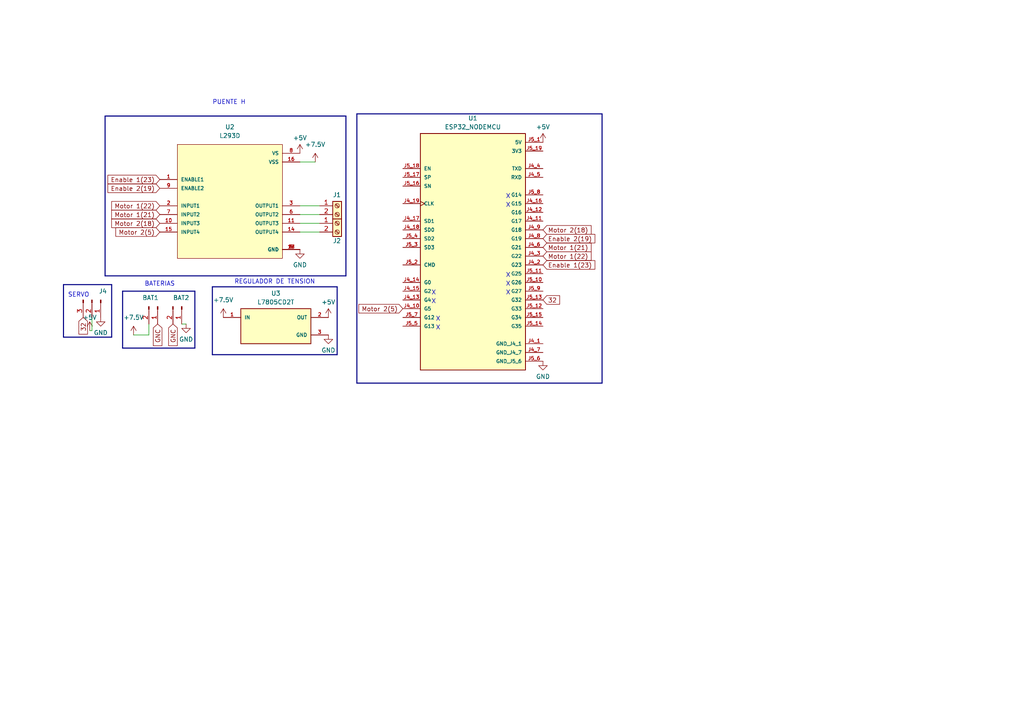
<source format=kicad_sch>
(kicad_sch (version 20230121) (generator eeschema)

  (uuid c1bf0827-6447-42b4-8cd0-c7c6a126387b)

  (paper "A4")

  (lib_symbols
    (symbol "Connector:Conn_01x02_Pin" (pin_names (offset 1.016) hide) (in_bom yes) (on_board yes)
      (property "Reference" "J" (at 0 2.54 0)
        (effects (font (size 1.27 1.27)))
      )
      (property "Value" "Conn_01x02_Pin" (at 0 -5.08 0)
        (effects (font (size 1.27 1.27)))
      )
      (property "Footprint" "" (at 0 0 0)
        (effects (font (size 1.27 1.27)) hide)
      )
      (property "Datasheet" "~" (at 0 0 0)
        (effects (font (size 1.27 1.27)) hide)
      )
      (property "ki_locked" "" (at 0 0 0)
        (effects (font (size 1.27 1.27)))
      )
      (property "ki_keywords" "connector" (at 0 0 0)
        (effects (font (size 1.27 1.27)) hide)
      )
      (property "ki_description" "Generic connector, single row, 01x02, script generated" (at 0 0 0)
        (effects (font (size 1.27 1.27)) hide)
      )
      (property "ki_fp_filters" "Connector*:*_1x??_*" (at 0 0 0)
        (effects (font (size 1.27 1.27)) hide)
      )
      (symbol "Conn_01x02_Pin_1_1"
        (polyline
          (pts
            (xy 1.27 -2.54)
            (xy 0.8636 -2.54)
          )
          (stroke (width 0.1524) (type default))
          (fill (type none))
        )
        (polyline
          (pts
            (xy 1.27 0)
            (xy 0.8636 0)
          )
          (stroke (width 0.1524) (type default))
          (fill (type none))
        )
        (rectangle (start 0.8636 -2.413) (end 0 -2.667)
          (stroke (width 0.1524) (type default))
          (fill (type outline))
        )
        (rectangle (start 0.8636 0.127) (end 0 -0.127)
          (stroke (width 0.1524) (type default))
          (fill (type outline))
        )
        (pin passive line (at 5.08 0 180) (length 3.81)
          (name "Pin_1" (effects (font (size 1.27 1.27))))
          (number "1" (effects (font (size 1.27 1.27))))
        )
        (pin passive line (at 5.08 -2.54 180) (length 3.81)
          (name "Pin_2" (effects (font (size 1.27 1.27))))
          (number "2" (effects (font (size 1.27 1.27))))
        )
      )
    )
    (symbol "Connector:Conn_01x03_Pin" (pin_names (offset 1.016) hide) (in_bom yes) (on_board yes)
      (property "Reference" "J" (at 0 5.08 0)
        (effects (font (size 1.27 1.27)))
      )
      (property "Value" "Conn_01x03_Pin" (at 0 -5.08 0)
        (effects (font (size 1.27 1.27)))
      )
      (property "Footprint" "" (at 0 0 0)
        (effects (font (size 1.27 1.27)) hide)
      )
      (property "Datasheet" "~" (at 0 0 0)
        (effects (font (size 1.27 1.27)) hide)
      )
      (property "ki_locked" "" (at 0 0 0)
        (effects (font (size 1.27 1.27)))
      )
      (property "ki_keywords" "connector" (at 0 0 0)
        (effects (font (size 1.27 1.27)) hide)
      )
      (property "ki_description" "Generic connector, single row, 01x03, script generated" (at 0 0 0)
        (effects (font (size 1.27 1.27)) hide)
      )
      (property "ki_fp_filters" "Connector*:*_1x??_*" (at 0 0 0)
        (effects (font (size 1.27 1.27)) hide)
      )
      (symbol "Conn_01x03_Pin_1_1"
        (polyline
          (pts
            (xy 1.27 -2.54)
            (xy 0.8636 -2.54)
          )
          (stroke (width 0.1524) (type default))
          (fill (type none))
        )
        (polyline
          (pts
            (xy 1.27 0)
            (xy 0.8636 0)
          )
          (stroke (width 0.1524) (type default))
          (fill (type none))
        )
        (polyline
          (pts
            (xy 1.27 2.54)
            (xy 0.8636 2.54)
          )
          (stroke (width 0.1524) (type default))
          (fill (type none))
        )
        (rectangle (start 0.8636 -2.413) (end 0 -2.667)
          (stroke (width 0.1524) (type default))
          (fill (type outline))
        )
        (rectangle (start 0.8636 0.127) (end 0 -0.127)
          (stroke (width 0.1524) (type default))
          (fill (type outline))
        )
        (rectangle (start 0.8636 2.667) (end 0 2.413)
          (stroke (width 0.1524) (type default))
          (fill (type outline))
        )
        (pin passive line (at 5.08 2.54 180) (length 3.81)
          (name "Pin_1" (effects (font (size 1.27 1.27))))
          (number "1" (effects (font (size 1.27 1.27))))
        )
        (pin passive line (at 5.08 0 180) (length 3.81)
          (name "Pin_2" (effects (font (size 1.27 1.27))))
          (number "2" (effects (font (size 1.27 1.27))))
        )
        (pin passive line (at 5.08 -2.54 180) (length 3.81)
          (name "Pin_3" (effects (font (size 1.27 1.27))))
          (number "3" (effects (font (size 1.27 1.27))))
        )
      )
    )
    (symbol "Connector:Screw_Terminal_01x02" (pin_names (offset 1.016) hide) (in_bom yes) (on_board yes)
      (property "Reference" "J" (at 0 2.54 0)
        (effects (font (size 1.27 1.27)))
      )
      (property "Value" "Screw_Terminal_01x02" (at 0 -5.08 0)
        (effects (font (size 1.27 1.27)))
      )
      (property "Footprint" "" (at 0 0 0)
        (effects (font (size 1.27 1.27)) hide)
      )
      (property "Datasheet" "~" (at 0 0 0)
        (effects (font (size 1.27 1.27)) hide)
      )
      (property "ki_keywords" "screw terminal" (at 0 0 0)
        (effects (font (size 1.27 1.27)) hide)
      )
      (property "ki_description" "Generic screw terminal, single row, 01x02, script generated (kicad-library-utils/schlib/autogen/connector/)" (at 0 0 0)
        (effects (font (size 1.27 1.27)) hide)
      )
      (property "ki_fp_filters" "TerminalBlock*:*" (at 0 0 0)
        (effects (font (size 1.27 1.27)) hide)
      )
      (symbol "Screw_Terminal_01x02_1_1"
        (rectangle (start -1.27 1.27) (end 1.27 -3.81)
          (stroke (width 0.254) (type default))
          (fill (type background))
        )
        (circle (center 0 -2.54) (radius 0.635)
          (stroke (width 0.1524) (type default))
          (fill (type none))
        )
        (polyline
          (pts
            (xy -0.5334 -2.2098)
            (xy 0.3302 -3.048)
          )
          (stroke (width 0.1524) (type default))
          (fill (type none))
        )
        (polyline
          (pts
            (xy -0.5334 0.3302)
            (xy 0.3302 -0.508)
          )
          (stroke (width 0.1524) (type default))
          (fill (type none))
        )
        (polyline
          (pts
            (xy -0.3556 -2.032)
            (xy 0.508 -2.8702)
          )
          (stroke (width 0.1524) (type default))
          (fill (type none))
        )
        (polyline
          (pts
            (xy -0.3556 0.508)
            (xy 0.508 -0.3302)
          )
          (stroke (width 0.1524) (type default))
          (fill (type none))
        )
        (circle (center 0 0) (radius 0.635)
          (stroke (width 0.1524) (type default))
          (fill (type none))
        )
        (pin passive line (at -5.08 0 0) (length 3.81)
          (name "Pin_1" (effects (font (size 1.27 1.27))))
          (number "1" (effects (font (size 1.27 1.27))))
        )
        (pin passive line (at -5.08 -2.54 0) (length 3.81)
          (name "Pin_2" (effects (font (size 1.27 1.27))))
          (number "2" (effects (font (size 1.27 1.27))))
        )
      )
    )
    (symbol "ESP32_NODEMCU:ESP32_NODEMCU" (pin_names (offset 1.016)) (in_bom yes) (on_board yes)
      (property "Reference" "U" (at -15.24 36.322 0)
        (effects (font (size 1.27 1.27)) (justify left bottom))
      )
      (property "Value" "ESP32_NODEMCU" (at -15.24 -35.56 0)
        (effects (font (size 1.27 1.27)) (justify left bottom))
      )
      (property "Footprint" "ESP32_NODEMCU:MODULE_ESP32_NODEMCU" (at 0 0 0)
        (effects (font (size 1.27 1.27)) (justify bottom) hide)
      )
      (property "Datasheet" "" (at 0 0 0)
        (effects (font (size 1.27 1.27)) hide)
      )
      (property "MF" "AZ Delivery" (at 0 0 0)
        (effects (font (size 1.27 1.27)) (justify bottom) hide)
      )
      (property "MAXIMUM_PACKAGE_HEIGHT" "6.6 mm" (at 0 0 0)
        (effects (font (size 1.27 1.27)) (justify bottom) hide)
      )
      (property "Package" "Package" (at 0 0 0)
        (effects (font (size 1.27 1.27)) (justify bottom) hide)
      )
      (property "Price" "None" (at 0 0 0)
        (effects (font (size 1.27 1.27)) (justify bottom) hide)
      )
      (property "Check_prices" "https://www.snapeda.com/parts/ESP32%20NODEMCU/AZ-Delivery/view-part/?ref=eda" (at 0 0 0)
        (effects (font (size 1.27 1.27)) (justify bottom) hide)
      )
      (property "STANDARD" "Manufacturer Recommendations" (at 0 0 0)
        (effects (font (size 1.27 1.27)) (justify bottom) hide)
      )
      (property "SnapEDA_Link" "https://www.snapeda.com/parts/ESP32%20NODEMCU/AZ-Delivery/view-part/?ref=snap" (at 0 0 0)
        (effects (font (size 1.27 1.27)) (justify bottom) hide)
      )
      (property "MP" "ESP32 NODEMCU" (at 0 0 0)
        (effects (font (size 1.27 1.27)) (justify bottom) hide)
      )
      (property "Description" "\nNodeMCU is an open source loT platform. ESP32 is a series of low cost, low power\nsystem-on-chip (SoC) microcontrollers with integrated Wi-Fi & dual-mode Bluetooth.\n" (at 0 0 0)
        (effects (font (size 1.27 1.27)) (justify bottom) hide)
      )
      (property "Availability" "Not in stock" (at 0 0 0)
        (effects (font (size 1.27 1.27)) (justify bottom) hide)
      )
      (property "MANUFACTURER" "Espressif Systems" (at 0 0 0)
        (effects (font (size 1.27 1.27)) (justify bottom) hide)
      )
      (symbol "ESP32_NODEMCU_0_0"
        (rectangle (start -15.24 -33.02) (end 15.24 35.56)
          (stroke (width 0.254) (type default))
          (fill (type background))
        )
        (pin power_in line (at 20.32 -25.4 180) (length 5.08)
          (name "GND_J4_1" (effects (font (size 1.016 1.016))))
          (number "J4_1" (effects (font (size 1.016 1.016))))
        )
        (pin bidirectional line (at -20.32 -15.24 0) (length 5.08)
          (name "G5" (effects (font (size 1.016 1.016))))
          (number "J4_10" (effects (font (size 1.016 1.016))))
        )
        (pin bidirectional line (at 20.32 10.16 180) (length 5.08)
          (name "G17" (effects (font (size 1.016 1.016))))
          (number "J4_11" (effects (font (size 1.016 1.016))))
        )
        (pin bidirectional line (at 20.32 12.7 180) (length 5.08)
          (name "G16" (effects (font (size 1.016 1.016))))
          (number "J4_12" (effects (font (size 1.016 1.016))))
        )
        (pin bidirectional line (at -20.32 -12.7 0) (length 5.08)
          (name "G4" (effects (font (size 1.016 1.016))))
          (number "J4_13" (effects (font (size 1.016 1.016))))
        )
        (pin bidirectional line (at -20.32 -7.62 0) (length 5.08)
          (name "G0" (effects (font (size 1.016 1.016))))
          (number "J4_14" (effects (font (size 1.016 1.016))))
        )
        (pin bidirectional line (at -20.32 -10.16 0) (length 5.08)
          (name "G2" (effects (font (size 1.016 1.016))))
          (number "J4_15" (effects (font (size 1.016 1.016))))
        )
        (pin bidirectional line (at 20.32 15.24 180) (length 5.08)
          (name "G15" (effects (font (size 1.016 1.016))))
          (number "J4_16" (effects (font (size 1.016 1.016))))
        )
        (pin bidirectional line (at -20.32 10.16 0) (length 5.08)
          (name "SD1" (effects (font (size 1.016 1.016))))
          (number "J4_17" (effects (font (size 1.016 1.016))))
        )
        (pin bidirectional line (at -20.32 7.62 0) (length 5.08)
          (name "SD0" (effects (font (size 1.016 1.016))))
          (number "J4_18" (effects (font (size 1.016 1.016))))
        )
        (pin input clock (at -20.32 15.24 0) (length 5.08)
          (name "CLK" (effects (font (size 1.016 1.016))))
          (number "J4_19" (effects (font (size 1.016 1.016))))
        )
        (pin bidirectional line (at 20.32 -2.54 180) (length 5.08)
          (name "G23" (effects (font (size 1.016 1.016))))
          (number "J4_2" (effects (font (size 1.016 1.016))))
        )
        (pin bidirectional line (at 20.32 0 180) (length 5.08)
          (name "G22" (effects (font (size 1.016 1.016))))
          (number "J4_3" (effects (font (size 1.016 1.016))))
        )
        (pin output line (at 20.32 25.4 180) (length 5.08)
          (name "TXD" (effects (font (size 1.016 1.016))))
          (number "J4_4" (effects (font (size 1.016 1.016))))
        )
        (pin input line (at 20.32 22.86 180) (length 5.08)
          (name "RXD" (effects (font (size 1.016 1.016))))
          (number "J4_5" (effects (font (size 1.016 1.016))))
        )
        (pin bidirectional line (at 20.32 2.54 180) (length 5.08)
          (name "G21" (effects (font (size 1.016 1.016))))
          (number "J4_6" (effects (font (size 1.016 1.016))))
        )
        (pin power_in line (at 20.32 -27.94 180) (length 5.08)
          (name "GND_J4_7" (effects (font (size 1.016 1.016))))
          (number "J4_7" (effects (font (size 1.016 1.016))))
        )
        (pin bidirectional line (at 20.32 5.08 180) (length 5.08)
          (name "G19" (effects (font (size 1.016 1.016))))
          (number "J4_8" (effects (font (size 1.016 1.016))))
        )
        (pin bidirectional line (at 20.32 7.62 180) (length 5.08)
          (name "G18" (effects (font (size 1.016 1.016))))
          (number "J4_9" (effects (font (size 1.016 1.016))))
        )
        (pin power_in line (at 20.32 33.02 180) (length 5.08)
          (name "5V" (effects (font (size 1.016 1.016))))
          (number "J5_1" (effects (font (size 1.016 1.016))))
        )
        (pin bidirectional line (at 20.32 -7.62 180) (length 5.08)
          (name "G26" (effects (font (size 1.016 1.016))))
          (number "J5_10" (effects (font (size 1.016 1.016))))
        )
        (pin bidirectional line (at 20.32 -5.08 180) (length 5.08)
          (name "G25" (effects (font (size 1.016 1.016))))
          (number "J5_11" (effects (font (size 1.016 1.016))))
        )
        (pin bidirectional line (at 20.32 -15.24 180) (length 5.08)
          (name "G33" (effects (font (size 1.016 1.016))))
          (number "J5_12" (effects (font (size 1.016 1.016))))
        )
        (pin bidirectional line (at 20.32 -12.7 180) (length 5.08)
          (name "G32" (effects (font (size 1.016 1.016))))
          (number "J5_13" (effects (font (size 1.016 1.016))))
        )
        (pin bidirectional line (at 20.32 -20.32 180) (length 5.08)
          (name "G35" (effects (font (size 1.016 1.016))))
          (number "J5_14" (effects (font (size 1.016 1.016))))
        )
        (pin bidirectional line (at 20.32 -17.78 180) (length 5.08)
          (name "G34" (effects (font (size 1.016 1.016))))
          (number "J5_15" (effects (font (size 1.016 1.016))))
        )
        (pin input line (at -20.32 20.32 0) (length 5.08)
          (name "SN" (effects (font (size 1.016 1.016))))
          (number "J5_16" (effects (font (size 1.016 1.016))))
        )
        (pin input line (at -20.32 22.86 0) (length 5.08)
          (name "SP" (effects (font (size 1.016 1.016))))
          (number "J5_17" (effects (font (size 1.016 1.016))))
        )
        (pin input line (at -20.32 25.4 0) (length 5.08)
          (name "EN" (effects (font (size 1.016 1.016))))
          (number "J5_18" (effects (font (size 1.016 1.016))))
        )
        (pin power_in line (at 20.32 30.48 180) (length 5.08)
          (name "3V3" (effects (font (size 1.016 1.016))))
          (number "J5_19" (effects (font (size 1.016 1.016))))
        )
        (pin bidirectional line (at -20.32 -2.54 0) (length 5.08)
          (name "CMD" (effects (font (size 1.016 1.016))))
          (number "J5_2" (effects (font (size 1.016 1.016))))
        )
        (pin bidirectional line (at -20.32 2.54 0) (length 5.08)
          (name "SD3" (effects (font (size 1.016 1.016))))
          (number "J5_3" (effects (font (size 1.016 1.016))))
        )
        (pin bidirectional line (at -20.32 5.08 0) (length 5.08)
          (name "SD2" (effects (font (size 1.016 1.016))))
          (number "J5_4" (effects (font (size 1.016 1.016))))
        )
        (pin bidirectional line (at -20.32 -20.32 0) (length 5.08)
          (name "G13" (effects (font (size 1.016 1.016))))
          (number "J5_5" (effects (font (size 1.016 1.016))))
        )
        (pin power_in line (at 20.32 -30.48 180) (length 5.08)
          (name "GND_J5_6" (effects (font (size 1.016 1.016))))
          (number "J5_6" (effects (font (size 1.016 1.016))))
        )
        (pin bidirectional line (at -20.32 -17.78 0) (length 5.08)
          (name "G12" (effects (font (size 1.016 1.016))))
          (number "J5_7" (effects (font (size 1.016 1.016))))
        )
        (pin bidirectional line (at 20.32 17.78 180) (length 5.08)
          (name "G14" (effects (font (size 1.016 1.016))))
          (number "J5_8" (effects (font (size 1.016 1.016))))
        )
        (pin bidirectional line (at 20.32 -10.16 180) (length 5.08)
          (name "G27" (effects (font (size 1.016 1.016))))
          (number "J5_9" (effects (font (size 1.016 1.016))))
        )
      )
    )
    (symbol "L293D:L293D" (pin_names (offset 1.016)) (in_bom yes) (on_board yes)
      (property "Reference" "U" (at -15.24 16.51 0)
        (effects (font (size 1.27 1.27)) (justify left bottom))
      )
      (property "Value" "L293D" (at -15.24 -20.32 0)
        (effects (font (size 1.27 1.27)) (justify left bottom))
      )
      (property "Footprint" "L293D:DIP880W50P254L2000H510Q16" (at 0 0 0)
        (effects (font (size 1.27 1.27)) (justify bottom) hide)
      )
      (property "Datasheet" "" (at 0 0 0)
        (effects (font (size 1.27 1.27)) hide)
      )
      (property "L1_NOM" "" (at 0 0 0)
        (effects (font (size 1.27 1.27)) (justify bottom) hide)
      )
      (property "SNAPEDA_PACKAGE_ID" "" (at 0 0 0)
        (effects (font (size 1.27 1.27)) (justify bottom) hide)
      )
      (property "B_NOM" "0.5" (at 0 0 0)
        (effects (font (size 1.27 1.27)) (justify bottom) hide)
      )
      (property "EMAX" "" (at 0 0 0)
        (effects (font (size 1.27 1.27)) (justify bottom) hide)
      )
      (property "D_MAX" "20.0" (at 0 0 0)
        (effects (font (size 1.27 1.27)) (justify bottom) hide)
      )
      (property "PACKAGE_TYPE" "" (at 0 0 0)
        (effects (font (size 1.27 1.27)) (justify bottom) hide)
      )
      (property "D1_NOM" "" (at 0 0 0)
        (effects (font (size 1.27 1.27)) (justify bottom) hide)
      )
      (property "E1_NOM" "7.1" (at 0 0 0)
        (effects (font (size 1.27 1.27)) (justify bottom) hide)
      )
      (property "B_MIN" "0.5" (at 0 0 0)
        (effects (font (size 1.27 1.27)) (justify bottom) hide)
      )
      (property "E1_MIN" "7.1" (at 0 0 0)
        (effects (font (size 1.27 1.27)) (justify bottom) hide)
      )
      (property "L1_MIN" "" (at 0 0 0)
        (effects (font (size 1.27 1.27)) (justify bottom) hide)
      )
      (property "B_MAX" "0.5" (at 0 0 0)
        (effects (font (size 1.27 1.27)) (justify bottom) hide)
      )
      (property "Description" "\nBipolar Motor Driver - Parallel 16-PowerDIP\n" (at 0 0 0)
        (effects (font (size 1.27 1.27)) (justify bottom) hide)
      )
      (property "EMIN" "" (at 0 0 0)
        (effects (font (size 1.27 1.27)) (justify bottom) hide)
      )
      (property "Price" "None" (at 0 0 0)
        (effects (font (size 1.27 1.27)) (justify bottom) hide)
      )
      (property "ENOM" "2.54" (at 0 0 0)
        (effects (font (size 1.27 1.27)) (justify bottom) hide)
      )
      (property "D_NOM" "20.0" (at 0 0 0)
        (effects (font (size 1.27 1.27)) (justify bottom) hide)
      )
      (property "Purchase-URL" "https://www.snapeda.com/api/url_track_click_mouser/?unipart_id=3077057&manufacturer=STMicroelectronics&part_name=L293D&search_term=l293d" (at 0 0 0)
        (effects (font (size 1.27 1.27)) (justify bottom) hide)
      )
      (property "VACANCIES" "" (at 0 0 0)
        (effects (font (size 1.27 1.27)) (justify bottom) hide)
      )
      (property "A_MAX" "5.1" (at 0 0 0)
        (effects (font (size 1.27 1.27)) (justify bottom) hide)
      )
      (property "D1_MAX" "" (at 0 0 0)
        (effects (font (size 1.27 1.27)) (justify bottom) hide)
      )
      (property "Package" "DIP-16 STMicroelectronics" (at 0 0 0)
        (effects (font (size 1.27 1.27)) (justify bottom) hide)
      )
      (property "L1_MAX" "" (at 0 0 0)
        (effects (font (size 1.27 1.27)) (justify bottom) hide)
      )
      (property "D1_MIN" "" (at 0 0 0)
        (effects (font (size 1.27 1.27)) (justify bottom) hide)
      )
      (property "A_NOM" "5.1" (at 0 0 0)
        (effects (font (size 1.27 1.27)) (justify bottom) hide)
      )
      (property "Check_prices" "https://www.snapeda.com/parts/L293D/STMicroelectronics/view-part/?ref=eda" (at 0 0 0)
        (effects (font (size 1.27 1.27)) (justify bottom) hide)
      )
      (property "A_MIN" "5.1" (at 0 0 0)
        (effects (font (size 1.27 1.27)) (justify bottom) hide)
      )
      (property "STANDARD" "IPC 7351B" (at 0 0 0)
        (effects (font (size 1.27 1.27)) (justify bottom) hide)
      )
      (property "PARTREV" "" (at 0 0 0)
        (effects (font (size 1.27 1.27)) (justify bottom) hide)
      )
      (property "DNOM" "" (at 0 0 0)
        (effects (font (size 1.27 1.27)) (justify bottom) hide)
      )
      (property "SnapEDA_Link" "https://www.snapeda.com/parts/L293D/STMicroelectronics/view-part/?ref=snap" (at 0 0 0)
        (effects (font (size 1.27 1.27)) (justify bottom) hide)
      )
      (property "DMIN" "" (at 0 0 0)
        (effects (font (size 1.27 1.27)) (justify bottom) hide)
      )
      (property "E_NOM" "8.8" (at 0 0 0)
        (effects (font (size 1.27 1.27)) (justify bottom) hide)
      )
      (property "DMAX" "" (at 0 0 0)
        (effects (font (size 1.27 1.27)) (justify bottom) hide)
      )
      (property "PIN_COUNT" "16.0" (at 0 0 0)
        (effects (font (size 1.27 1.27)) (justify bottom) hide)
      )
      (property "MANUFACTURER" "ST Microelectronics" (at 0 0 0)
        (effects (font (size 1.27 1.27)) (justify bottom) hide)
      )
      (property "MF" "STMicroelectronics" (at 0 0 0)
        (effects (font (size 1.27 1.27)) (justify bottom) hide)
      )
      (property "MAXIMUM_PACKAGE_HEIGHT" "5.1mm" (at 0 0 0)
        (effects (font (size 1.27 1.27)) (justify bottom) hide)
      )
      (property "E1_MAX" "7.1" (at 0 0 0)
        (effects (font (size 1.27 1.27)) (justify bottom) hide)
      )
      (property "D_MIN" "20.0" (at 0 0 0)
        (effects (font (size 1.27 1.27)) (justify bottom) hide)
      )
      (property "MP" "L293D" (at 0 0 0)
        (effects (font (size 1.27 1.27)) (justify bottom) hide)
      )
      (property "PINS" "" (at 0 0 0)
        (effects (font (size 1.27 1.27)) (justify bottom) hide)
      )
      (property "Availability" "In Stock" (at 0 0 0)
        (effects (font (size 1.27 1.27)) (justify bottom) hide)
      )
      (symbol "L293D_0_0"
        (rectangle (start -15.24 -17.78) (end 15.24 15.24)
          (stroke (width 0.1524) (type default))
          (fill (type background))
        )
        (pin input line (at -20.32 5.08 0) (length 5.08)
          (name "ENABLE1" (effects (font (size 1.016 1.016))))
          (number "1" (effects (font (size 1.016 1.016))))
        )
        (pin input line (at -20.32 -7.62 0) (length 5.08)
          (name "INPUT3" (effects (font (size 1.016 1.016))))
          (number "10" (effects (font (size 1.016 1.016))))
        )
        (pin output line (at 20.32 -7.62 180) (length 5.08)
          (name "OUTPUT3" (effects (font (size 1.016 1.016))))
          (number "11" (effects (font (size 1.016 1.016))))
        )
        (pin power_in line (at 20.32 -15.24 180) (length 5.08)
          (name "GND" (effects (font (size 1.016 1.016))))
          (number "12" (effects (font (size 1.016 1.016))))
        )
        (pin power_in line (at 20.32 -15.24 180) (length 5.08)
          (name "GND" (effects (font (size 1.016 1.016))))
          (number "13" (effects (font (size 1.016 1.016))))
        )
        (pin output line (at 20.32 -10.16 180) (length 5.08)
          (name "OUTPUT4" (effects (font (size 1.016 1.016))))
          (number "14" (effects (font (size 1.016 1.016))))
        )
        (pin input line (at -20.32 -10.16 0) (length 5.08)
          (name "INPUT4" (effects (font (size 1.016 1.016))))
          (number "15" (effects (font (size 1.016 1.016))))
        )
        (pin power_in line (at 20.32 10.16 180) (length 5.08)
          (name "VSS" (effects (font (size 1.016 1.016))))
          (number "16" (effects (font (size 1.016 1.016))))
        )
        (pin input line (at -20.32 -2.54 0) (length 5.08)
          (name "INPUT1" (effects (font (size 1.016 1.016))))
          (number "2" (effects (font (size 1.016 1.016))))
        )
        (pin output line (at 20.32 -2.54 180) (length 5.08)
          (name "OUTPUT1" (effects (font (size 1.016 1.016))))
          (number "3" (effects (font (size 1.016 1.016))))
        )
        (pin power_in line (at 20.32 -15.24 180) (length 5.08)
          (name "GND" (effects (font (size 1.016 1.016))))
          (number "4" (effects (font (size 1.016 1.016))))
        )
        (pin power_in line (at 20.32 -15.24 180) (length 5.08)
          (name "GND" (effects (font (size 1.016 1.016))))
          (number "5" (effects (font (size 1.016 1.016))))
        )
        (pin output line (at 20.32 -5.08 180) (length 5.08)
          (name "OUTPUT2" (effects (font (size 1.016 1.016))))
          (number "6" (effects (font (size 1.016 1.016))))
        )
        (pin input line (at -20.32 -5.08 0) (length 5.08)
          (name "INPUT2" (effects (font (size 1.016 1.016))))
          (number "7" (effects (font (size 1.016 1.016))))
        )
        (pin power_in line (at 20.32 12.7 180) (length 5.08)
          (name "VS" (effects (font (size 1.016 1.016))))
          (number "8" (effects (font (size 1.016 1.016))))
        )
        (pin input line (at -20.32 2.54 0) (length 5.08)
          (name "ENABLE2" (effects (font (size 1.016 1.016))))
          (number "9" (effects (font (size 1.016 1.016))))
        )
      )
    )
    (symbol "L7805CD2T:L7805CD2T" (pin_names (offset 1.016)) (in_bom yes) (on_board yes)
      (property "Reference" "U" (at -10.207 5.8084 0)
        (effects (font (size 1.27 1.27)) (justify left bottom))
      )
      (property "Value" "L7805CD2T" (at -10.2324 -7.6998 0)
        (effects (font (size 1.27 1.27)) (justify left bottom))
      )
      (property "Footprint" "L7805CD2T:TO254P1542X460-3N" (at 0 0 0)
        (effects (font (size 1.27 1.27)) (justify bottom) hide)
      )
      (property "Datasheet" "" (at 0 0 0)
        (effects (font (size 1.27 1.27)) hide)
      )
      (property "MF" "STMicroelectronics" (at 0 0 0)
        (effects (font (size 1.27 1.27)) (justify bottom) hide)
      )
      (property "MAXIMUM_PACKAGE_HEIGHT" "4.6 mm" (at 0 0 0)
        (effects (font (size 1.27 1.27)) (justify bottom) hide)
      )
      (property "Package" "D2PAK STMicroelectronics" (at 0 0 0)
        (effects (font (size 1.27 1.27)) (justify bottom) hide)
      )
      (property "Price" "None" (at 0 0 0)
        (effects (font (size 1.27 1.27)) (justify bottom) hide)
      )
      (property "Check_prices" "https://www.snapeda.com/parts/L7805CD2T/STMicroelectronics/view-part/?ref=eda" (at 0 0 0)
        (effects (font (size 1.27 1.27)) (justify bottom) hide)
      )
      (property "STANDARD" "IPC-7351B" (at 0 0 0)
        (effects (font (size 1.27 1.27)) (justify bottom) hide)
      )
      (property "PARTREV" "36" (at 0 0 0)
        (effects (font (size 1.27 1.27)) (justify bottom) hide)
      )
      (property "SnapEDA_Link" "https://www.snapeda.com/parts/L7805CD2T/STMicroelectronics/view-part/?ref=snap" (at 0 0 0)
        (effects (font (size 1.27 1.27)) (justify bottom) hide)
      )
      (property "MP" "L7805CD2T" (at 0 0 0)
        (effects (font (size 1.27 1.27)) (justify bottom) hide)
      )
      (property "Purchase-URL" "https://www.snapeda.com/api/url_track_click_mouser/?unipart_id=287889&manufacturer=STMicroelectronics&part_name=L7805CD2T&search_term=d2pak l7805" (at 0 0 0)
        (effects (font (size 1.27 1.27)) (justify bottom) hide)
      )
      (property "Description" "\nLinear Voltage Regulator IC Positive Fixed 1 Output 1.5A D2PAK\n" (at 0 0 0)
        (effects (font (size 1.27 1.27)) (justify bottom) hide)
      )
      (property "Availability" "In Stock" (at 0 0 0)
        (effects (font (size 1.27 1.27)) (justify bottom) hide)
      )
      (property "MANUFACTURER" "STMicroelectronics" (at 0 0 0)
        (effects (font (size 1.27 1.27)) (justify bottom) hide)
      )
      (symbol "L7805CD2T_0_0"
        (rectangle (start -10.16 -5.08) (end 10.16 5.08)
          (stroke (width 0.254) (type default))
          (fill (type background))
        )
        (pin input line (at -15.24 2.54 0) (length 5.08)
          (name "IN" (effects (font (size 1.016 1.016))))
          (number "1" (effects (font (size 1.016 1.016))))
        )
        (pin output line (at 15.24 2.54 180) (length 5.08)
          (name "OUT" (effects (font (size 1.016 1.016))))
          (number "2" (effects (font (size 1.016 1.016))))
        )
        (pin power_in line (at 15.24 -2.54 180) (length 5.08)
          (name "GND" (effects (font (size 1.016 1.016))))
          (number "3" (effects (font (size 1.016 1.016))))
        )
      )
    )
    (symbol "power:+5V" (power) (pin_names (offset 0)) (in_bom yes) (on_board yes)
      (property "Reference" "#PWR" (at 0 -3.81 0)
        (effects (font (size 1.27 1.27)) hide)
      )
      (property "Value" "+5V" (at 0 3.556 0)
        (effects (font (size 1.27 1.27)))
      )
      (property "Footprint" "" (at 0 0 0)
        (effects (font (size 1.27 1.27)) hide)
      )
      (property "Datasheet" "" (at 0 0 0)
        (effects (font (size 1.27 1.27)) hide)
      )
      (property "ki_keywords" "global power" (at 0 0 0)
        (effects (font (size 1.27 1.27)) hide)
      )
      (property "ki_description" "Power symbol creates a global label with name \"+5V\"" (at 0 0 0)
        (effects (font (size 1.27 1.27)) hide)
      )
      (symbol "+5V_0_1"
        (polyline
          (pts
            (xy -0.762 1.27)
            (xy 0 2.54)
          )
          (stroke (width 0) (type default))
          (fill (type none))
        )
        (polyline
          (pts
            (xy 0 0)
            (xy 0 2.54)
          )
          (stroke (width 0) (type default))
          (fill (type none))
        )
        (polyline
          (pts
            (xy 0 2.54)
            (xy 0.762 1.27)
          )
          (stroke (width 0) (type default))
          (fill (type none))
        )
      )
      (symbol "+5V_1_1"
        (pin power_in line (at 0 0 90) (length 0) hide
          (name "+5V" (effects (font (size 1.27 1.27))))
          (number "1" (effects (font (size 1.27 1.27))))
        )
      )
    )
    (symbol "power:+7.5V" (power) (pin_names (offset 0)) (in_bom yes) (on_board yes)
      (property "Reference" "#PWR" (at 0 -3.81 0)
        (effects (font (size 1.27 1.27)) hide)
      )
      (property "Value" "+7.5V" (at 0 3.556 0)
        (effects (font (size 1.27 1.27)))
      )
      (property "Footprint" "" (at 0 0 0)
        (effects (font (size 1.27 1.27)) hide)
      )
      (property "Datasheet" "" (at 0 0 0)
        (effects (font (size 1.27 1.27)) hide)
      )
      (property "ki_keywords" "global power" (at 0 0 0)
        (effects (font (size 1.27 1.27)) hide)
      )
      (property "ki_description" "Power symbol creates a global label with name \"+7.5V\"" (at 0 0 0)
        (effects (font (size 1.27 1.27)) hide)
      )
      (symbol "+7.5V_0_1"
        (polyline
          (pts
            (xy -0.762 1.27)
            (xy 0 2.54)
          )
          (stroke (width 0) (type default))
          (fill (type none))
        )
        (polyline
          (pts
            (xy 0 0)
            (xy 0 2.54)
          )
          (stroke (width 0) (type default))
          (fill (type none))
        )
        (polyline
          (pts
            (xy 0 2.54)
            (xy 0.762 1.27)
          )
          (stroke (width 0) (type default))
          (fill (type none))
        )
      )
      (symbol "+7.5V_1_1"
        (pin power_in line (at 0 0 90) (length 0) hide
          (name "+7.5V" (effects (font (size 1.27 1.27))))
          (number "1" (effects (font (size 1.27 1.27))))
        )
      )
    )
    (symbol "power:GND" (power) (pin_names (offset 0)) (in_bom yes) (on_board yes)
      (property "Reference" "#PWR" (at 0 -6.35 0)
        (effects (font (size 1.27 1.27)) hide)
      )
      (property "Value" "GND" (at 0 -3.81 0)
        (effects (font (size 1.27 1.27)))
      )
      (property "Footprint" "" (at 0 0 0)
        (effects (font (size 1.27 1.27)) hide)
      )
      (property "Datasheet" "" (at 0 0 0)
        (effects (font (size 1.27 1.27)) hide)
      )
      (property "ki_keywords" "global power" (at 0 0 0)
        (effects (font (size 1.27 1.27)) hide)
      )
      (property "ki_description" "Power symbol creates a global label with name \"GND\" , ground" (at 0 0 0)
        (effects (font (size 1.27 1.27)) hide)
      )
      (symbol "GND_0_1"
        (polyline
          (pts
            (xy 0 0)
            (xy 0 -1.27)
            (xy 1.27 -1.27)
            (xy 0 -2.54)
            (xy -1.27 -1.27)
            (xy 0 -1.27)
          )
          (stroke (width 0) (type default))
          (fill (type none))
        )
      )
      (symbol "GND_1_1"
        (pin power_in line (at 0 0 270) (length 0) hide
          (name "GND" (effects (font (size 1.27 1.27))))
          (number "1" (effects (font (size 1.27 1.27))))
        )
      )
    )
  )


  (bus (pts (xy 56.515 100.965) (xy 35.56 100.965))
    (stroke (width 0) (type default))
    (uuid 02f5f38c-f7a8-4b1f-94f9-d741fa070ddc)
  )
  (bus (pts (xy 174.625 111.125) (xy 103.505 111.125))
    (stroke (width 0) (type default))
    (uuid 03b4cb81-7b83-48a0-8b6f-3dfab308b045)
  )
  (bus (pts (xy 18.415 82.55) (xy 32.385 82.55))
    (stroke (width 0) (type default))
    (uuid 07c7fa44-41c9-41df-8582-a2563845cb38)
  )

  (wire (pts (xy 86.995 59.69) (xy 92.71 59.69))
    (stroke (width 0) (type default))
    (uuid 1241f61f-95c5-48ec-91ab-7fbc7cadbf71)
  )
  (bus (pts (xy 100.33 80.01) (xy 30.48 80.01))
    (stroke (width 0) (type default))
    (uuid 139d55b2-0305-49ca-bfb5-ccb3dd3d3e99)
  )
  (bus (pts (xy 30.48 33.655) (xy 30.48 80.01))
    (stroke (width 0) (type default))
    (uuid 15ffd1b5-7f77-4ee0-99ef-fdf24d1f8745)
  )
  (bus (pts (xy 100.33 33.655) (xy 100.33 80.01))
    (stroke (width 0) (type default))
    (uuid 16ab3ce1-4561-4d0f-a57d-f4922992e40e)
  )

  (wire (pts (xy 43.18 97.155) (xy 43.18 93.98))
    (stroke (width 0) (type default))
    (uuid 18a5da8b-fee4-4eca-a7f9-cd0cc753814c)
  )
  (wire (pts (xy 86.995 62.23) (xy 92.71 62.23))
    (stroke (width 0) (type default))
    (uuid 25481c71-71d2-495f-9d51-e4ebc60437d8)
  )
  (wire (pts (xy 86.995 67.31) (xy 92.71 67.31))
    (stroke (width 0) (type default))
    (uuid 2f761b28-7818-4a91-8c25-8f6cc35f837a)
  )
  (bus (pts (xy 61.595 83.185) (xy 97.79 83.185))
    (stroke (width 0) (type default))
    (uuid 40537ec2-be4c-40b1-8176-9cf974eb50aa)
  )

  (wire (pts (xy 86.995 46.99) (xy 91.44 46.99))
    (stroke (width 0) (type default))
    (uuid 43ac7cea-abd0-4a1a-9695-54aa8c219d3a)
  )
  (bus (pts (xy 103.505 33.02) (xy 103.505 111.125))
    (stroke (width 0) (type default))
    (uuid 5c17e63c-2ba5-46df-b834-3f2f28b537d2)
  )
  (bus (pts (xy 61.595 102.87) (xy 61.595 83.185))
    (stroke (width 0) (type default))
    (uuid 61cd4be3-d02f-4524-b132-30b351bbe9ba)
  )
  (bus (pts (xy 32.385 82.55) (xy 32.385 97.79))
    (stroke (width 0) (type default))
    (uuid 7610bf20-3941-4ebc-a81c-ceb3ee51cc65)
  )

  (wire (pts (xy 86.995 64.77) (xy 92.71 64.77))
    (stroke (width 0) (type default))
    (uuid 7f454b0e-4d5e-4be2-9329-857c4bf29be4)
  )
  (bus (pts (xy 97.79 83.185) (xy 97.79 102.87))
    (stroke (width 0) (type default))
    (uuid 839a77be-39f7-4b14-a82d-de6b94dc2e39)
  )
  (bus (pts (xy 56.515 84.455) (xy 56.515 100.965))
    (stroke (width 0) (type default))
    (uuid 86bad69f-cd24-49e4-9b03-790eac7cedb4)
  )
  (bus (pts (xy 35.56 100.965) (xy 35.56 84.455))
    (stroke (width 0) (type default))
    (uuid 8ed0c296-89a0-43c7-9b60-f49478a0a7be)
  )

  (wire (pts (xy 26.67 92.075) (xy 26.67 95.885))
    (stroke (width 0) (type default))
    (uuid 927e5628-4530-4652-b7c3-71767ebab6ec)
  )
  (bus (pts (xy 97.79 102.87) (xy 61.595 102.87))
    (stroke (width 0) (type default))
    (uuid 92ef3ed6-c6da-4a61-a6f2-814ea0664af5)
  )

  (wire (pts (xy 38.735 97.155) (xy 43.18 97.155))
    (stroke (width 0) (type default))
    (uuid 9dfea9df-4562-4bbc-b8be-df861da8bf7e)
  )
  (bus (pts (xy 35.56 84.455) (xy 56.515 84.455))
    (stroke (width 0) (type default))
    (uuid 9fd87204-afbd-42fc-bee4-19da956a58b6)
  )

  (wire (pts (xy 26.67 95.885) (xy 26.035 95.885))
    (stroke (width 0) (type default))
    (uuid a3ded04d-dd97-434c-8549-049355474a3a)
  )
  (bus (pts (xy 32.385 97.79) (xy 18.415 97.79))
    (stroke (width 0) (type default))
    (uuid b285e6a2-58b4-48ca-adae-b7af24d36631)
  )
  (bus (pts (xy 103.505 33.02) (xy 174.625 33.02))
    (stroke (width 0) (type default))
    (uuid bbd8f6e9-0763-44d1-ba9a-8e2a1aeb040a)
  )
  (bus (pts (xy 174.625 33.02) (xy 174.625 111.125))
    (stroke (width 0) (type default))
    (uuid cc260c55-0888-4469-a11c-9def46369fbb)
  )

  (wire (pts (xy 52.705 93.98) (xy 53.975 93.98))
    (stroke (width 0) (type default))
    (uuid cd4f637a-a2cb-4cd6-8ee8-10ea2e141f87)
  )
  (bus (pts (xy 18.415 82.55) (xy 18.415 97.79))
    (stroke (width 0) (type default))
    (uuid ef59eea3-8bdf-4568-880e-d56f4db6526d)
  )
  (bus (pts (xy 30.48 33.655) (xy 100.33 33.655))
    (stroke (width 0) (type default))
    (uuid f39bf8a9-37b4-4aab-adfa-981d90ad1c6f)
  )

  (text "X" (at 146.685 85.725 0)
    (effects (font (size 1.27 1.27)) (justify left bottom))
    (uuid 1e642c9a-a5bc-438e-8232-be1561ad9a93)
  )
  (text "X" (at 126.365 93.345 0)
    (effects (font (size 1.27 1.27)) (justify left bottom))
    (uuid 495ae702-6a73-48a4-ba9c-a550ffe7695a)
  )
  (text "SERVO\n" (at 19.685 86.36 0)
    (effects (font (size 1.27 1.27)) (justify left bottom))
    (uuid 75106614-7b0b-41b7-a49f-cdcc1a18f98b)
  )
  (text "X" (at 146.685 57.785 0)
    (effects (font (size 1.27 1.27)) (justify left bottom))
    (uuid 7d382e91-a370-4802-8b5a-ea1b497f1b6a)
  )
  (text "X" (at 146.685 80.645 0)
    (effects (font (size 1.27 1.27)) (justify left bottom))
    (uuid 919af4d9-a45f-4184-8b13-eb27c1376c9c)
  )
  (text "REGULADOR DE TENSION" (at 67.945 82.55 0)
    (effects (font (size 1.27 1.27)) (justify left bottom))
    (uuid 9c478f2c-d6c1-412e-adf3-f662c080644e)
  )
  (text "X" (at 125.095 88.265 0)
    (effects (font (size 1.27 1.27)) (justify left bottom))
    (uuid a0e908df-fd82-4cf8-aee7-92df674f9179)
  )
  (text "PUENTE H\n" (at 61.595 30.48 0)
    (effects (font (size 1.27 1.27)) (justify left bottom))
    (uuid bed0f97a-549d-4925-9b2a-2492f61459ae)
  )
  (text "X" (at 126.365 95.885 0)
    (effects (font (size 1.27 1.27)) (justify left bottom))
    (uuid d07659c8-6cda-4c5f-b5f6-d1dd5c5d0e40)
  )
  (text "X" (at 146.685 83.185 0)
    (effects (font (size 1.27 1.27)) (justify left bottom))
    (uuid d2cf13d1-c1a4-46b6-9dbd-c32b92cdb238)
  )
  (text "X" (at 146.685 60.325 0)
    (effects (font (size 1.27 1.27)) (justify left bottom))
    (uuid f40e0d06-a13a-43b8-8180-af87a18afd1f)
  )
  (text "BATERIAS\n" (at 41.91 83.185 0)
    (effects (font (size 1.27 1.27)) (justify left bottom))
    (uuid fba6a5f9-a663-496b-9d31-14337fe78c93)
  )
  (text "X" (at 125.095 85.725 0)
    (effects (font (size 1.27 1.27)) (justify left bottom))
    (uuid fe8d935d-acf4-4ac0-bb48-6e4445f7cff2)
  )

  (global_label "32" (shape input) (at 157.48 86.995 0) (fields_autoplaced)
    (effects (font (size 1.27 1.27)) (justify left))
    (uuid 08712bef-0d8f-4d2a-81d3-fe9b5da8b7ca)
    (property "Intersheetrefs" "${INTERSHEET_REFS}" (at 162.8842 86.995 0)
      (effects (font (size 1.27 1.27)) (justify left) hide)
    )
  )
  (global_label "Enable 2(19)" (shape input) (at 157.48 69.215 0) (fields_autoplaced)
    (effects (font (size 1.27 1.27)) (justify left))
    (uuid 114d1b2d-d5bf-4142-a4e0-30193c6b87cd)
    (property "Intersheetrefs" "${INTERSHEET_REFS}" (at 173.1045 69.215 0)
      (effects (font (size 1.27 1.27)) (justify left) hide)
    )
  )
  (global_label "GNC" (shape input) (at 45.72 93.98 270) (fields_autoplaced)
    (effects (font (size 1.27 1.27)) (justify right))
    (uuid 13d9f1fa-536e-473d-a33f-e641cec8863d)
    (property "Intersheetrefs" "${INTERSHEET_REFS}" (at 45.72 100.8357 90)
      (effects (font (size 1.27 1.27)) (justify right) hide)
    )
  )
  (global_label "Motor 2(18)" (shape input) (at 157.48 66.675 0) (fields_autoplaced)
    (effects (font (size 1.27 1.27)) (justify left))
    (uuid 20658997-dd0e-42c6-bf72-968225bb0702)
    (property "Intersheetrefs" "${INTERSHEET_REFS}" (at 172.016 66.675 0)
      (effects (font (size 1.27 1.27)) (justify left) hide)
    )
  )
  (global_label "Motor 1(21)" (shape input) (at 46.355 62.23 180) (fields_autoplaced)
    (effects (font (size 1.27 1.27)) (justify right))
    (uuid 25100e54-8961-4e3d-a515-8abb08edb0a6)
    (property "Intersheetrefs" "${INTERSHEET_REFS}" (at 31.819 62.23 0)
      (effects (font (size 1.27 1.27)) (justify right) hide)
    )
  )
  (global_label "Enable 1(23)" (shape input) (at 157.48 76.835 0) (fields_autoplaced)
    (effects (font (size 1.27 1.27)) (justify left))
    (uuid 2c6c8124-5485-4e73-94fd-9c8d3c725171)
    (property "Intersheetrefs" "${INTERSHEET_REFS}" (at 173.1045 76.835 0)
      (effects (font (size 1.27 1.27)) (justify left) hide)
    )
  )
  (global_label "Motor 1(22)" (shape input) (at 157.48 74.295 0) (fields_autoplaced)
    (effects (font (size 1.27 1.27)) (justify left))
    (uuid 455c8325-a221-4f81-a9f7-03c972ed9bc2)
    (property "Intersheetrefs" "${INTERSHEET_REFS}" (at 172.016 74.295 0)
      (effects (font (size 1.27 1.27)) (justify left) hide)
    )
  )
  (global_label "Motor 1(22)" (shape input) (at 46.355 59.69 180) (fields_autoplaced)
    (effects (font (size 1.27 1.27)) (justify right))
    (uuid 468a0feb-1f2d-43c4-8af2-3d510516c7a9)
    (property "Intersheetrefs" "${INTERSHEET_REFS}" (at 31.819 59.69 0)
      (effects (font (size 1.27 1.27)) (justify right) hide)
    )
  )
  (global_label "Motor 2(18)" (shape input) (at 46.355 64.77 180) (fields_autoplaced)
    (effects (font (size 1.27 1.27)) (justify right))
    (uuid 4d71fea2-02d1-4d5c-8db2-db718aabdc6b)
    (property "Intersheetrefs" "${INTERSHEET_REFS}" (at 31.819 64.77 0)
      (effects (font (size 1.27 1.27)) (justify right) hide)
    )
  )
  (global_label "32" (shape input) (at 24.13 92.075 270) (fields_autoplaced)
    (effects (font (size 1.27 1.27)) (justify right))
    (uuid 6294a74b-9410-4d5c-aebf-048dc649cf8c)
    (property "Intersheetrefs" "${INTERSHEET_REFS}" (at 24.13 97.4792 90)
      (effects (font (size 1.27 1.27)) (justify right) hide)
    )
  )
  (global_label "Enable 1(23)" (shape input) (at 46.355 52.07 180) (fields_autoplaced)
    (effects (font (size 1.27 1.27)) (justify right))
    (uuid 64b6c567-4426-418b-a239-16df81fdafaf)
    (property "Intersheetrefs" "${INTERSHEET_REFS}" (at 30.7305 52.07 0)
      (effects (font (size 1.27 1.27)) (justify right) hide)
    )
  )
  (global_label "Motor 2(5)" (shape input) (at 46.355 67.31 180) (fields_autoplaced)
    (effects (font (size 1.27 1.27)) (justify right))
    (uuid b7ed73c7-e4db-432d-906f-803f9a58ba6f)
    (property "Intersheetrefs" "${INTERSHEET_REFS}" (at 33.0285 67.31 0)
      (effects (font (size 1.27 1.27)) (justify right) hide)
    )
  )
  (global_label "Motor 1(21)" (shape input) (at 157.48 71.755 0) (fields_autoplaced)
    (effects (font (size 1.27 1.27)) (justify left))
    (uuid c6dd6d80-b0fe-4f97-b056-132235b95ecf)
    (property "Intersheetrefs" "${INTERSHEET_REFS}" (at 172.016 71.755 0)
      (effects (font (size 1.27 1.27)) (justify left) hide)
    )
  )
  (global_label "GNC" (shape input) (at 50.165 93.98 270) (fields_autoplaced)
    (effects (font (size 1.27 1.27)) (justify right))
    (uuid cfa841b4-c542-4d0c-a753-1fd486b625c9)
    (property "Intersheetrefs" "${INTERSHEET_REFS}" (at 50.165 100.8357 90)
      (effects (font (size 1.27 1.27)) (justify right) hide)
    )
  )
  (global_label "Motor 2(5)" (shape input) (at 116.84 89.535 180) (fields_autoplaced)
    (effects (font (size 1.27 1.27)) (justify right))
    (uuid eb0b85f2-d07f-4c30-88f4-436c1f8f1227)
    (property "Intersheetrefs" "${INTERSHEET_REFS}" (at 103.5135 89.535 0)
      (effects (font (size 1.27 1.27)) (justify right) hide)
    )
  )
  (global_label "Enable 2(19)" (shape input) (at 46.355 54.61 180) (fields_autoplaced)
    (effects (font (size 1.27 1.27)) (justify right))
    (uuid ffb7d50a-0f36-4527-b9e6-723376085af6)
    (property "Intersheetrefs" "${INTERSHEET_REFS}" (at 30.7305 54.61 0)
      (effects (font (size 1.27 1.27)) (justify right) hide)
    )
  )

  (symbol (lib_id "Connector:Conn_01x02_Pin") (at 45.72 88.9 270) (unit 1)
    (in_bom yes) (on_board yes) (dnp no)
    (uuid 0fab65de-ac24-48cb-9799-566a0d4890a7)
    (property "Reference" "BAT1" (at 41.275 86.36 90)
      (effects (font (size 1.27 1.27)) (justify left))
    )
    (property "Value" "Conn_01x02_Pin" (at 26.67 90.805 90)
      (effects (font (size 1.27 1.27)) (justify left) hide)
    )
    (property "Footprint" "Connector_PinHeader_2.54mm:PinHeader_1x02_P2.54mm_Vertical" (at 45.72 88.9 0)
      (effects (font (size 1.27 1.27)) hide)
    )
    (property "Datasheet" "~" (at 45.72 88.9 0)
      (effects (font (size 1.27 1.27)) hide)
    )
    (pin "2" (uuid e67d9c2f-d2e9-4724-9549-3c7ee286795e))
    (pin "1" (uuid 78e1d478-68d8-41e1-8c14-732a8a4bdda5))
    (instances
      (project "EspR"
        (path "/c1bf0827-6447-42b4-8cd0-c7c6a126387b"
          (reference "BAT1") (unit 1)
        )
      )
    )
  )

  (symbol (lib_id "power:+5V") (at 86.995 44.45 0) (unit 1)
    (in_bom yes) (on_board yes) (dnp no) (fields_autoplaced)
    (uuid 1b88a0bf-84fd-44de-8fd0-94d43c03ff1d)
    (property "Reference" "#PWR08" (at 86.995 48.26 0)
      (effects (font (size 1.27 1.27)) hide)
    )
    (property "Value" "+5V" (at 86.995 40.005 0)
      (effects (font (size 1.27 1.27)))
    )
    (property "Footprint" "" (at 86.995 44.45 0)
      (effects (font (size 1.27 1.27)) hide)
    )
    (property "Datasheet" "" (at 86.995 44.45 0)
      (effects (font (size 1.27 1.27)) hide)
    )
    (pin "1" (uuid 6ce90b1e-343c-4da9-a407-6a6737502e3c))
    (instances
      (project "EspR"
        (path "/c1bf0827-6447-42b4-8cd0-c7c6a126387b"
          (reference "#PWR08") (unit 1)
        )
      )
    )
  )

  (symbol (lib_id "power:+7.5V") (at 91.44 46.99 0) (unit 1)
    (in_bom yes) (on_board yes) (dnp no) (fields_autoplaced)
    (uuid 26065834-316e-43b8-a4c5-4200d30d11b0)
    (property "Reference" "#PWR04" (at 91.44 50.8 0)
      (effects (font (size 1.27 1.27)) hide)
    )
    (property "Value" "+7.5V" (at 91.44 41.91 0)
      (effects (font (size 1.27 1.27)))
    )
    (property "Footprint" "" (at 91.44 46.99 0)
      (effects (font (size 1.27 1.27)) hide)
    )
    (property "Datasheet" "" (at 91.44 46.99 0)
      (effects (font (size 1.27 1.27)) hide)
    )
    (pin "1" (uuid a62e978d-eff4-4d09-8877-e5e01aba871a))
    (instances
      (project "EspR"
        (path "/c1bf0827-6447-42b4-8cd0-c7c6a126387b"
          (reference "#PWR04") (unit 1)
        )
      )
    )
  )

  (symbol (lib_id "L293D:L293D") (at 66.675 57.15 0) (unit 1)
    (in_bom yes) (on_board yes) (dnp no) (fields_autoplaced)
    (uuid 3b5029e3-e659-491c-b1e6-c5d4d8e69f77)
    (property "Reference" "U2" (at 66.675 36.83 0)
      (effects (font (size 1.27 1.27)))
    )
    (property "Value" "L293D" (at 66.675 39.37 0)
      (effects (font (size 1.27 1.27)))
    )
    (property "Footprint" "L293D:DIP880W50P254L2000H510Q16" (at 66.675 57.15 0)
      (effects (font (size 1.27 1.27)) (justify bottom) hide)
    )
    (property "Datasheet" "" (at 66.675 57.15 0)
      (effects (font (size 1.27 1.27)) hide)
    )
    (property "L1_NOM" "" (at 66.675 57.15 0)
      (effects (font (size 1.27 1.27)) (justify bottom) hide)
    )
    (property "SNAPEDA_PACKAGE_ID" "" (at 66.675 57.15 0)
      (effects (font (size 1.27 1.27)) (justify bottom) hide)
    )
    (property "B_NOM" "0.5" (at 66.675 57.15 0)
      (effects (font (size 1.27 1.27)) (justify bottom) hide)
    )
    (property "EMAX" "" (at 66.675 57.15 0)
      (effects (font (size 1.27 1.27)) (justify bottom) hide)
    )
    (property "D_MAX" "20.0" (at 66.675 57.15 0)
      (effects (font (size 1.27 1.27)) (justify bottom) hide)
    )
    (property "PACKAGE_TYPE" "" (at 66.675 57.15 0)
      (effects (font (size 1.27 1.27)) (justify bottom) hide)
    )
    (property "D1_NOM" "" (at 66.675 57.15 0)
      (effects (font (size 1.27 1.27)) (justify bottom) hide)
    )
    (property "E1_NOM" "7.1" (at 66.675 57.15 0)
      (effects (font (size 1.27 1.27)) (justify bottom) hide)
    )
    (property "B_MIN" "0.5" (at 66.675 57.15 0)
      (effects (font (size 1.27 1.27)) (justify bottom) hide)
    )
    (property "E1_MIN" "7.1" (at 66.675 57.15 0)
      (effects (font (size 1.27 1.27)) (justify bottom) hide)
    )
    (property "L1_MIN" "" (at 66.675 57.15 0)
      (effects (font (size 1.27 1.27)) (justify bottom) hide)
    )
    (property "B_MAX" "0.5" (at 66.675 57.15 0)
      (effects (font (size 1.27 1.27)) (justify bottom) hide)
    )
    (property "Description" "\nBipolar Motor Driver - Parallel 16-PowerDIP\n" (at 66.675 57.15 0)
      (effects (font (size 1.27 1.27)) (justify bottom) hide)
    )
    (property "EMIN" "" (at 66.675 57.15 0)
      (effects (font (size 1.27 1.27)) (justify bottom) hide)
    )
    (property "Price" "None" (at 66.675 57.15 0)
      (effects (font (size 1.27 1.27)) (justify bottom) hide)
    )
    (property "ENOM" "2.54" (at 66.675 57.15 0)
      (effects (font (size 1.27 1.27)) (justify bottom) hide)
    )
    (property "D_NOM" "20.0" (at 66.675 57.15 0)
      (effects (font (size 1.27 1.27)) (justify bottom) hide)
    )
    (property "Purchase-URL" "https://www.snapeda.com/api/url_track_click_mouser/?unipart_id=3077057&manufacturer=STMicroelectronics&part_name=L293D&search_term=l293d" (at 66.675 57.15 0)
      (effects (font (size 1.27 1.27)) (justify bottom) hide)
    )
    (property "VACANCIES" "" (at 66.675 57.15 0)
      (effects (font (size 1.27 1.27)) (justify bottom) hide)
    )
    (property "A_MAX" "5.1" (at 66.675 57.15 0)
      (effects (font (size 1.27 1.27)) (justify bottom) hide)
    )
    (property "D1_MAX" "" (at 66.675 57.15 0)
      (effects (font (size 1.27 1.27)) (justify bottom) hide)
    )
    (property "Package" "DIP-16 STMicroelectronics" (at 66.675 57.15 0)
      (effects (font (size 1.27 1.27)) (justify bottom) hide)
    )
    (property "L1_MAX" "" (at 66.675 57.15 0)
      (effects (font (size 1.27 1.27)) (justify bottom) hide)
    )
    (property "D1_MIN" "" (at 66.675 57.15 0)
      (effects (font (size 1.27 1.27)) (justify bottom) hide)
    )
    (property "A_NOM" "5.1" (at 66.675 57.15 0)
      (effects (font (size 1.27 1.27)) (justify bottom) hide)
    )
    (property "Check_prices" "https://www.snapeda.com/parts/L293D/STMicroelectronics/view-part/?ref=eda" (at 66.675 57.15 0)
      (effects (font (size 1.27 1.27)) (justify bottom) hide)
    )
    (property "A_MIN" "5.1" (at 66.675 57.15 0)
      (effects (font (size 1.27 1.27)) (justify bottom) hide)
    )
    (property "STANDARD" "IPC 7351B" (at 66.675 57.15 0)
      (effects (font (size 1.27 1.27)) (justify bottom) hide)
    )
    (property "PARTREV" "" (at 66.675 57.15 0)
      (effects (font (size 1.27 1.27)) (justify bottom) hide)
    )
    (property "DNOM" "" (at 66.675 57.15 0)
      (effects (font (size 1.27 1.27)) (justify bottom) hide)
    )
    (property "SnapEDA_Link" "https://www.snapeda.com/parts/L293D/STMicroelectronics/view-part/?ref=snap" (at 66.675 57.15 0)
      (effects (font (size 1.27 1.27)) (justify bottom) hide)
    )
    (property "DMIN" "" (at 66.675 57.15 0)
      (effects (font (size 1.27 1.27)) (justify bottom) hide)
    )
    (property "E_NOM" "8.8" (at 66.675 57.15 0)
      (effects (font (size 1.27 1.27)) (justify bottom) hide)
    )
    (property "DMAX" "" (at 66.675 57.15 0)
      (effects (font (size 1.27 1.27)) (justify bottom) hide)
    )
    (property "PIN_COUNT" "16.0" (at 66.675 57.15 0)
      (effects (font (size 1.27 1.27)) (justify bottom) hide)
    )
    (property "MANUFACTURER" "ST Microelectronics" (at 66.675 57.15 0)
      (effects (font (size 1.27 1.27)) (justify bottom) hide)
    )
    (property "MF" "STMicroelectronics" (at 66.675 57.15 0)
      (effects (font (size 1.27 1.27)) (justify bottom) hide)
    )
    (property "MAXIMUM_PACKAGE_HEIGHT" "5.1mm" (at 66.675 57.15 0)
      (effects (font (size 1.27 1.27)) (justify bottom) hide)
    )
    (property "E1_MAX" "7.1" (at 66.675 57.15 0)
      (effects (font (size 1.27 1.27)) (justify bottom) hide)
    )
    (property "D_MIN" "20.0" (at 66.675 57.15 0)
      (effects (font (size 1.27 1.27)) (justify bottom) hide)
    )
    (property "MP" "L293D" (at 66.675 57.15 0)
      (effects (font (size 1.27 1.27)) (justify bottom) hide)
    )
    (property "PINS" "" (at 66.675 57.15 0)
      (effects (font (size 1.27 1.27)) (justify bottom) hide)
    )
    (property "Availability" "In Stock" (at 66.675 57.15 0)
      (effects (font (size 1.27 1.27)) (justify bottom) hide)
    )
    (pin "4" (uuid ba0c7179-2463-4537-ab23-8cf5688d70ae))
    (pin "9" (uuid 8233ca2d-88bb-4962-bfe5-3c6710271337))
    (pin "12" (uuid 4a2e12dd-5aba-403c-be0e-fd999906ebed))
    (pin "16" (uuid e7aa5f22-d6a7-4d9e-91ba-bd422c82567c))
    (pin "5" (uuid df5ac6e8-43af-4bda-b401-f48981eed9a8))
    (pin "10" (uuid 8fab085e-a29f-4ecd-b02b-034b1f2096ac))
    (pin "11" (uuid 1735f30e-2036-44a9-951b-241b3bd49048))
    (pin "1" (uuid 8b9089c6-a457-4d23-b175-2ca15a3a1d55))
    (pin "3" (uuid 1723c244-9efe-4b06-aa95-967f91c40fa4))
    (pin "8" (uuid 9577c6e4-9ffe-4297-aeef-aa1b5b9e6784))
    (pin "7" (uuid bccb22bb-3441-4481-9cf2-5b05b4994dc5))
    (pin "13" (uuid 2b6eeb33-a76e-4648-9be0-8c20e9c3b796))
    (pin "2" (uuid 2eb6cde9-a37d-49e1-8455-ca5b2da0ea83))
    (pin "14" (uuid 981eb5e6-362a-4e92-ab24-cc8b75695525))
    (pin "6" (uuid df0965f9-9f4b-436e-88c7-8633697d57ca))
    (pin "15" (uuid 5aeb64ec-dd15-41b0-b251-587cead371c9))
    (instances
      (project "EspR"
        (path "/c1bf0827-6447-42b4-8cd0-c7c6a126387b"
          (reference "U2") (unit 1)
        )
      )
    )
  )

  (symbol (lib_id "ESP32_NODEMCU:ESP32_NODEMCU") (at 137.16 74.295 0) (unit 1)
    (in_bom yes) (on_board yes) (dnp no) (fields_autoplaced)
    (uuid 488f9cc0-2da7-4ecc-8861-ea9811a58554)
    (property "Reference" "U1" (at 137.16 34.29 0)
      (effects (font (size 1.27 1.27)))
    )
    (property "Value" "ESP32_NODEMCU" (at 137.16 36.83 0)
      (effects (font (size 1.27 1.27)))
    )
    (property "Footprint" "ESP32_NODEMCU:MODULE_ESP32_NODEMCU" (at 137.16 74.295 0)
      (effects (font (size 1.27 1.27)) (justify bottom) hide)
    )
    (property "Datasheet" "" (at 137.16 74.295 0)
      (effects (font (size 1.27 1.27)) hide)
    )
    (property "MF" "AZ Delivery" (at 137.16 74.295 0)
      (effects (font (size 1.27 1.27)) (justify bottom) hide)
    )
    (property "MAXIMUM_PACKAGE_HEIGHT" "6.6 mm" (at 137.16 74.295 0)
      (effects (font (size 1.27 1.27)) (justify bottom) hide)
    )
    (property "Package" "Package" (at 137.16 74.295 0)
      (effects (font (size 1.27 1.27)) (justify bottom) hide)
    )
    (property "Price" "None" (at 137.16 74.295 0)
      (effects (font (size 1.27 1.27)) (justify bottom) hide)
    )
    (property "Check_prices" "https://www.snapeda.com/parts/ESP32%20NODEMCU/AZ-Delivery/view-part/?ref=eda" (at 137.16 74.295 0)
      (effects (font (size 1.27 1.27)) (justify bottom) hide)
    )
    (property "STANDARD" "Manufacturer Recommendations" (at 137.16 74.295 0)
      (effects (font (size 1.27 1.27)) (justify bottom) hide)
    )
    (property "SnapEDA_Link" "https://www.snapeda.com/parts/ESP32%20NODEMCU/AZ-Delivery/view-part/?ref=snap" (at 137.16 74.295 0)
      (effects (font (size 1.27 1.27)) (justify bottom) hide)
    )
    (property "MP" "ESP32 NODEMCU" (at 137.16 74.295 0)
      (effects (font (size 1.27 1.27)) (justify bottom) hide)
    )
    (property "Description" "\nNodeMCU is an open source loT platform. ESP32 is a series of low cost, low power\nsystem-on-chip (SoC) microcontrollers with integrated Wi-Fi & dual-mode Bluetooth.\n" (at 137.16 74.295 0)
      (effects (font (size 1.27 1.27)) (justify bottom) hide)
    )
    (property "Availability" "Not in stock" (at 137.16 74.295 0)
      (effects (font (size 1.27 1.27)) (justify bottom) hide)
    )
    (property "MANUFACTURER" "Espressif Systems" (at 137.16 74.295 0)
      (effects (font (size 1.27 1.27)) (justify bottom) hide)
    )
    (pin "J5_1" (uuid 9ba97142-549d-427a-86bc-a2ccc9149a3a))
    (pin "J4_9" (uuid 70019f35-e06c-48ae-91c3-d5448c5d3fb9))
    (pin "J5_19" (uuid dbc3e600-0b54-4eeb-aef4-b8f6e218f387))
    (pin "J5_16" (uuid de3d8434-cc32-49ed-a712-3ec996d64a86))
    (pin "J4_13" (uuid 7920886f-6781-447e-9883-f79ec3993919))
    (pin "J4_14" (uuid 34794c31-214c-43c8-b62d-7b185a62764e))
    (pin "J5_7" (uuid 4ee06c83-9fc7-422d-a489-ffe076a9b073))
    (pin "J4_1" (uuid 85302822-1159-4eb6-b53d-bc618b6f0e4b))
    (pin "J5_6" (uuid b8259c86-0a14-47e3-9654-93317c55e955))
    (pin "J5_10" (uuid 11502748-577c-402b-a333-4422dfe7bff2))
    (pin "J4_17" (uuid ed6abaf0-f456-469f-8bae-32e3ac3bd318))
    (pin "J4_6" (uuid 4b75a65d-fbce-49e1-a9f1-6e8e0d38c453))
    (pin "J5_11" (uuid 0eb95f39-8062-49d1-b98b-d1339384379c))
    (pin "J4_4" (uuid 17759f78-dc76-4675-a550-d4a0ed334679))
    (pin "J5_18" (uuid 3f267e65-82ff-42a4-8c5c-4a74f72aff02))
    (pin "J5_15" (uuid 50410ed6-9b65-4f0a-8b5e-cdf946a7d8fd))
    (pin "J4_10" (uuid d8afcc4b-e7fe-48b7-9826-20121a3ebcd0))
    (pin "J4_16" (uuid fb11e305-00f4-4a4c-990e-c5972a35e5cd))
    (pin "J4_19" (uuid 5c3bbeea-db89-4948-b92a-4374cd43c315))
    (pin "J4_8" (uuid 6beb8df0-e011-44bc-83ed-1654c915a195))
    (pin "J4_3" (uuid 164d8a63-6b3e-437e-ad68-9231bfda03fc))
    (pin "J4_5" (uuid 83f67042-6351-4f32-b946-6b78bfd7f7d9))
    (pin "J5_4" (uuid 61c17f20-548a-4454-8dcf-5ffe29278814))
    (pin "J4_15" (uuid d4d33fc1-e200-4c3a-81c7-f82c8fb0ca17))
    (pin "J4_12" (uuid dad85fa4-2303-4f5e-a041-dbe54dd2d3f1))
    (pin "J4_18" (uuid e84b7bcc-3606-4f4b-8f75-bce4a1f981fe))
    (pin "J4_11" (uuid 9b8a23c1-f38b-4e3b-9308-6557d723f9be))
    (pin "J5_2" (uuid fcc62b36-9d69-4dd6-a49b-75c35a875502))
    (pin "J4_7" (uuid 2c265e5a-b198-4574-a19a-b2cf924e7ce3))
    (pin "J5_12" (uuid eb8caa4d-c7b7-4434-bd8f-fa1e1da96127))
    (pin "J4_2" (uuid 6ac940d6-f341-4fc7-bc97-5bf46acf809a))
    (pin "J5_5" (uuid f25cfaad-acd2-4b76-8b6c-d78e5162c322))
    (pin "J5_13" (uuid fecce2a6-df2f-4dfe-8d6e-2d66bc399e7e))
    (pin "J5_14" (uuid c9f01b48-e539-4991-b5c2-c50738aef86b))
    (pin "J5_3" (uuid 88f0e038-b37e-4cba-802c-1980db98d1e9))
    (pin "J5_17" (uuid eafc7d7f-037f-4c50-ad54-0a4fb7167ec8))
    (pin "J5_9" (uuid 5e706697-4db4-4d6e-ad30-5aa0fbe70cd0))
    (pin "J5_8" (uuid 0ac73190-1a28-42f0-896d-430dfe41f9d2))
    (instances
      (project "EspR"
        (path "/c1bf0827-6447-42b4-8cd0-c7c6a126387b"
          (reference "U1") (unit 1)
        )
      )
    )
  )

  (symbol (lib_id "power:GND") (at 29.21 92.075 0) (unit 1)
    (in_bom yes) (on_board yes) (dnp no) (fields_autoplaced)
    (uuid 4a3de5d4-0ebd-47bf-8eaa-159421f16867)
    (property "Reference" "#PWR012" (at 29.21 98.425 0)
      (effects (font (size 1.27 1.27)) hide)
    )
    (property "Value" "GND" (at 29.21 96.52 0)
      (effects (font (size 1.27 1.27)))
    )
    (property "Footprint" "" (at 29.21 92.075 0)
      (effects (font (size 1.27 1.27)) hide)
    )
    (property "Datasheet" "" (at 29.21 92.075 0)
      (effects (font (size 1.27 1.27)) hide)
    )
    (pin "1" (uuid c3444ab0-e14d-4f62-ab63-f4ab87e0f68a))
    (instances
      (project "EspR"
        (path "/c1bf0827-6447-42b4-8cd0-c7c6a126387b"
          (reference "#PWR012") (unit 1)
        )
      )
    )
  )

  (symbol (lib_id "power:+7.5V") (at 38.735 97.155 0) (unit 1)
    (in_bom yes) (on_board yes) (dnp no) (fields_autoplaced)
    (uuid 4d153ddd-4d05-4809-a541-dd36e47dd812)
    (property "Reference" "#PWR01" (at 38.735 100.965 0)
      (effects (font (size 1.27 1.27)) hide)
    )
    (property "Value" "+7.5V" (at 38.735 92.075 0)
      (effects (font (size 1.27 1.27)))
    )
    (property "Footprint" "" (at 38.735 97.155 0)
      (effects (font (size 1.27 1.27)) hide)
    )
    (property "Datasheet" "" (at 38.735 97.155 0)
      (effects (font (size 1.27 1.27)) hide)
    )
    (pin "1" (uuid f1723691-d128-4763-bf18-a3000bc624b4))
    (instances
      (project "EspR"
        (path "/c1bf0827-6447-42b4-8cd0-c7c6a126387b"
          (reference "#PWR01") (unit 1)
        )
      )
    )
  )

  (symbol (lib_id "power:GND") (at 157.48 104.775 0) (unit 1)
    (in_bom yes) (on_board yes) (dnp no) (fields_autoplaced)
    (uuid 4d58cdd4-d230-430f-9940-e35507c75fdf)
    (property "Reference" "#PWR010" (at 157.48 111.125 0)
      (effects (font (size 1.27 1.27)) hide)
    )
    (property "Value" "GND" (at 157.48 109.22 0)
      (effects (font (size 1.27 1.27)))
    )
    (property "Footprint" "" (at 157.48 104.775 0)
      (effects (font (size 1.27 1.27)) hide)
    )
    (property "Datasheet" "" (at 157.48 104.775 0)
      (effects (font (size 1.27 1.27)) hide)
    )
    (pin "1" (uuid 2c04b7bd-0228-4edb-ad25-dd0fca779007))
    (instances
      (project "EspR"
        (path "/c1bf0827-6447-42b4-8cd0-c7c6a126387b"
          (reference "#PWR010") (unit 1)
        )
      )
    )
  )

  (symbol (lib_id "power:+7.5V") (at 64.77 92.075 0) (unit 1)
    (in_bom yes) (on_board yes) (dnp no) (fields_autoplaced)
    (uuid 4fbf41ce-53ba-4e64-bc81-e3641508f5a5)
    (property "Reference" "#PWR03" (at 64.77 95.885 0)
      (effects (font (size 1.27 1.27)) hide)
    )
    (property "Value" "+7.5V" (at 64.77 86.995 0)
      (effects (font (size 1.27 1.27)))
    )
    (property "Footprint" "" (at 64.77 92.075 0)
      (effects (font (size 1.27 1.27)) hide)
    )
    (property "Datasheet" "" (at 64.77 92.075 0)
      (effects (font (size 1.27 1.27)) hide)
    )
    (pin "1" (uuid b1cc39db-1fdf-4639-a294-bb23c159fe40))
    (instances
      (project "EspR"
        (path "/c1bf0827-6447-42b4-8cd0-c7c6a126387b"
          (reference "#PWR03") (unit 1)
        )
      )
    )
  )

  (symbol (lib_id "power:GND") (at 86.995 72.39 0) (unit 1)
    (in_bom yes) (on_board yes) (dnp no) (fields_autoplaced)
    (uuid 6fa69373-50a3-446a-af40-b5d82cd8c94c)
    (property "Reference" "#PWR07" (at 86.995 78.74 0)
      (effects (font (size 1.27 1.27)) hide)
    )
    (property "Value" "GND" (at 86.995 76.835 0)
      (effects (font (size 1.27 1.27)))
    )
    (property "Footprint" "" (at 86.995 72.39 0)
      (effects (font (size 1.27 1.27)) hide)
    )
    (property "Datasheet" "" (at 86.995 72.39 0)
      (effects (font (size 1.27 1.27)) hide)
    )
    (pin "1" (uuid 2d9a78ad-5a18-474a-82a7-0f8e52980e4b))
    (instances
      (project "EspR"
        (path "/c1bf0827-6447-42b4-8cd0-c7c6a126387b"
          (reference "#PWR07") (unit 1)
        )
      )
    )
  )

  (symbol (lib_id "Connector:Screw_Terminal_01x02") (at 97.79 64.77 0) (unit 1)
    (in_bom yes) (on_board yes) (dnp no)
    (uuid 79682327-0847-48c6-9f5c-07f8b6b30796)
    (property "Reference" "J2" (at 96.52 69.85 0)
      (effects (font (size 1.27 1.27)) (justify left))
    )
    (property "Value" "Screw_Terminal_01x02" (at 107.95 52.705 0)
      (effects (font (size 1.27 1.27)) (justify left) hide)
    )
    (property "Footprint" "EESTN5:BORNERA2_DUO" (at 97.79 64.77 0)
      (effects (font (size 1.27 1.27)) hide)
    )
    (property "Datasheet" "~" (at 97.79 64.77 0)
      (effects (font (size 1.27 1.27)) hide)
    )
    (pin "2" (uuid c4b68b20-3873-4ff7-a7b8-36556669b9fb))
    (pin "1" (uuid f8f4d143-60ab-4c80-9eee-93bda58f1c85))
    (instances
      (project "EspR"
        (path "/c1bf0827-6447-42b4-8cd0-c7c6a126387b"
          (reference "J2") (unit 1)
        )
      )
    )
  )

  (symbol (lib_id "Connector:Conn_01x03_Pin") (at 26.67 86.995 270) (unit 1)
    (in_bom yes) (on_board yes) (dnp no)
    (uuid 8ab52bfb-8e1e-4a07-b342-eb14e0a3b52c)
    (property "Reference" "J4" (at 29.845 84.455 90)
      (effects (font (size 1.27 1.27)))
    )
    (property "Value" "Conn_01x03_Pin" (at 26.67 84.455 90)
      (effects (font (size 1.27 1.27)) hide)
    )
    (property "Footprint" "Connector_PinHeader_2.54mm:PinHeader_1x03_P2.54mm_Vertical" (at 26.67 86.995 0)
      (effects (font (size 1.27 1.27)) hide)
    )
    (property "Datasheet" "~" (at 26.67 86.995 0)
      (effects (font (size 1.27 1.27)) hide)
    )
    (pin "1" (uuid 01423378-18ee-492e-a1d8-ad500861f931))
    (pin "3" (uuid ce9d98b0-0e19-4a30-9034-e43ff8a448be))
    (pin "2" (uuid df964bb8-b8ae-4280-85ad-80f276ec6861))
    (instances
      (project "EspR"
        (path "/c1bf0827-6447-42b4-8cd0-c7c6a126387b"
          (reference "J4") (unit 1)
        )
      )
    )
  )

  (symbol (lib_id "Connector:Screw_Terminal_01x02") (at 97.79 59.69 0) (unit 1)
    (in_bom yes) (on_board yes) (dnp no)
    (uuid 8bbbc396-3e0e-4be0-826f-ffc1705ec1b2)
    (property "Reference" "J1" (at 96.52 56.515 0)
      (effects (font (size 1.27 1.27)) (justify left))
    )
    (property "Value" "Screw_Terminal_01x02" (at 107.95 50.165 0)
      (effects (font (size 1.27 1.27)) (justify left) hide)
    )
    (property "Footprint" "EESTN5:BORNERA2_DUO" (at 97.79 59.69 0)
      (effects (font (size 1.27 1.27)) hide)
    )
    (property "Datasheet" "~" (at 97.79 59.69 0)
      (effects (font (size 1.27 1.27)) hide)
    )
    (pin "2" (uuid 03524376-d5a2-416c-ad89-06188036348c))
    (pin "1" (uuid 07e14e60-4343-4c00-bd66-b9eca83cbe2c))
    (instances
      (project "EspR"
        (path "/c1bf0827-6447-42b4-8cd0-c7c6a126387b"
          (reference "J1") (unit 1)
        )
      )
    )
  )

  (symbol (lib_id "L7805CD2T:L7805CD2T") (at 80.01 94.615 0) (unit 1)
    (in_bom yes) (on_board yes) (dnp no) (fields_autoplaced)
    (uuid 9575cfa9-fbbc-4277-9867-63a5820655dd)
    (property "Reference" "U3" (at 80.01 85.09 0)
      (effects (font (size 1.27 1.27)))
    )
    (property "Value" "L7805CD2T" (at 80.01 87.63 0)
      (effects (font (size 1.27 1.27)))
    )
    (property "Footprint" "L7805CD2T:TO254P1542X460-3N" (at 80.01 94.615 0)
      (effects (font (size 1.27 1.27)) (justify bottom) hide)
    )
    (property "Datasheet" "" (at 80.01 94.615 0)
      (effects (font (size 1.27 1.27)) hide)
    )
    (property "MF" "STMicroelectronics" (at 80.01 94.615 0)
      (effects (font (size 1.27 1.27)) (justify bottom) hide)
    )
    (property "MAXIMUM_PACKAGE_HEIGHT" "4.6 mm" (at 80.01 94.615 0)
      (effects (font (size 1.27 1.27)) (justify bottom) hide)
    )
    (property "Package" "D2PAK STMicroelectronics" (at 80.01 94.615 0)
      (effects (font (size 1.27 1.27)) (justify bottom) hide)
    )
    (property "Price" "None" (at 80.01 94.615 0)
      (effects (font (size 1.27 1.27)) (justify bottom) hide)
    )
    (property "Check_prices" "https://www.snapeda.com/parts/L7805CD2T/STMicroelectronics/view-part/?ref=eda" (at 80.01 94.615 0)
      (effects (font (size 1.27 1.27)) (justify bottom) hide)
    )
    (property "STANDARD" "IPC-7351B" (at 80.01 94.615 0)
      (effects (font (size 1.27 1.27)) (justify bottom) hide)
    )
    (property "PARTREV" "36" (at 80.01 94.615 0)
      (effects (font (size 1.27 1.27)) (justify bottom) hide)
    )
    (property "SnapEDA_Link" "https://www.snapeda.com/parts/L7805CD2T/STMicroelectronics/view-part/?ref=snap" (at 80.01 94.615 0)
      (effects (font (size 1.27 1.27)) (justify bottom) hide)
    )
    (property "MP" "L7805CD2T" (at 80.01 94.615 0)
      (effects (font (size 1.27 1.27)) (justify bottom) hide)
    )
    (property "Purchase-URL" "https://www.snapeda.com/api/url_track_click_mouser/?unipart_id=287889&manufacturer=STMicroelectronics&part_name=L7805CD2T&search_term=d2pak l7805" (at 80.01 94.615 0)
      (effects (font (size 1.27 1.27)) (justify bottom) hide)
    )
    (property "Description" "\nLinear Voltage Regulator IC Positive Fixed 1 Output 1.5A D2PAK\n" (at 80.01 94.615 0)
      (effects (font (size 1.27 1.27)) (justify bottom) hide)
    )
    (property "Availability" "In Stock" (at 80.01 94.615 0)
      (effects (font (size 1.27 1.27)) (justify bottom) hide)
    )
    (property "MANUFACTURER" "STMicroelectronics" (at 80.01 94.615 0)
      (effects (font (size 1.27 1.27)) (justify bottom) hide)
    )
    (pin "3" (uuid 190b84fb-94d5-4cfc-86b3-0a9e29da3cb0))
    (pin "1" (uuid 6f65019c-e391-403f-94ce-89680015fbe0))
    (pin "2" (uuid 9988cfed-df2c-43ff-96fd-c4f8075bd17b))
    (instances
      (project "EspR"
        (path "/c1bf0827-6447-42b4-8cd0-c7c6a126387b"
          (reference "U3") (unit 1)
        )
      )
    )
  )

  (symbol (lib_id "power:GND") (at 53.975 93.98 0) (unit 1)
    (in_bom yes) (on_board yes) (dnp no) (fields_autoplaced)
    (uuid a0b7a541-9b08-4026-9532-88855d7cd163)
    (property "Reference" "#PWR02" (at 53.975 100.33 0)
      (effects (font (size 1.27 1.27)) hide)
    )
    (property "Value" "GND" (at 53.975 98.425 0)
      (effects (font (size 1.27 1.27)))
    )
    (property "Footprint" "" (at 53.975 93.98 0)
      (effects (font (size 1.27 1.27)) hide)
    )
    (property "Datasheet" "" (at 53.975 93.98 0)
      (effects (font (size 1.27 1.27)) hide)
    )
    (pin "1" (uuid 7fa614a7-9c98-49f6-b178-2dd7cab3f35f))
    (instances
      (project "EspR"
        (path "/c1bf0827-6447-42b4-8cd0-c7c6a126387b"
          (reference "#PWR02") (unit 1)
        )
      )
    )
  )

  (symbol (lib_id "power:+5V") (at 95.25 92.075 0) (unit 1)
    (in_bom yes) (on_board yes) (dnp no) (fields_autoplaced)
    (uuid a2f81ac8-2a1d-40cd-94cf-f7c8bfb45231)
    (property "Reference" "#PWR05" (at 95.25 95.885 0)
      (effects (font (size 1.27 1.27)) hide)
    )
    (property "Value" "+5V" (at 95.25 87.63 0)
      (effects (font (size 1.27 1.27)))
    )
    (property "Footprint" "" (at 95.25 92.075 0)
      (effects (font (size 1.27 1.27)) hide)
    )
    (property "Datasheet" "" (at 95.25 92.075 0)
      (effects (font (size 1.27 1.27)) hide)
    )
    (pin "1" (uuid a4564f90-42e5-4b8d-a121-f422088a9d66))
    (instances
      (project "EspR"
        (path "/c1bf0827-6447-42b4-8cd0-c7c6a126387b"
          (reference "#PWR05") (unit 1)
        )
      )
    )
  )

  (symbol (lib_id "power:+5V") (at 26.035 95.885 0) (unit 1)
    (in_bom yes) (on_board yes) (dnp no)
    (uuid d342f470-33d4-4314-b3fe-d9262eba7829)
    (property "Reference" "#PWR011" (at 26.035 99.695 0)
      (effects (font (size 1.27 1.27)) hide)
    )
    (property "Value" "+5V" (at 26.035 92.075 0)
      (effects (font (size 1.27 1.27)))
    )
    (property "Footprint" "" (at 26.035 95.885 0)
      (effects (font (size 1.27 1.27)) hide)
    )
    (property "Datasheet" "" (at 26.035 95.885 0)
      (effects (font (size 1.27 1.27)) hide)
    )
    (pin "1" (uuid 2c010d91-4720-4175-b8a4-8153c76c3f44))
    (instances
      (project "EspR"
        (path "/c1bf0827-6447-42b4-8cd0-c7c6a126387b"
          (reference "#PWR011") (unit 1)
        )
      )
    )
  )

  (symbol (lib_id "power:+5V") (at 157.48 41.275 0) (unit 1)
    (in_bom yes) (on_board yes) (dnp no) (fields_autoplaced)
    (uuid d60b5e31-f217-440f-a3ed-bd093f774b35)
    (property "Reference" "#PWR09" (at 157.48 45.085 0)
      (effects (font (size 1.27 1.27)) hide)
    )
    (property "Value" "+5V" (at 157.48 36.83 0)
      (effects (font (size 1.27 1.27)))
    )
    (property "Footprint" "" (at 157.48 41.275 0)
      (effects (font (size 1.27 1.27)) hide)
    )
    (property "Datasheet" "" (at 157.48 41.275 0)
      (effects (font (size 1.27 1.27)) hide)
    )
    (pin "1" (uuid 01773e87-6c7e-4b27-abf3-0f9ea4a8bca7))
    (instances
      (project "EspR"
        (path "/c1bf0827-6447-42b4-8cd0-c7c6a126387b"
          (reference "#PWR09") (unit 1)
        )
      )
    )
  )

  (symbol (lib_id "power:GND") (at 95.25 97.155 0) (unit 1)
    (in_bom yes) (on_board yes) (dnp no) (fields_autoplaced)
    (uuid d95b0883-c9f1-4b64-a432-c5c682989906)
    (property "Reference" "#PWR06" (at 95.25 103.505 0)
      (effects (font (size 1.27 1.27)) hide)
    )
    (property "Value" "GND" (at 95.25 101.6 0)
      (effects (font (size 1.27 1.27)))
    )
    (property "Footprint" "" (at 95.25 97.155 0)
      (effects (font (size 1.27 1.27)) hide)
    )
    (property "Datasheet" "" (at 95.25 97.155 0)
      (effects (font (size 1.27 1.27)) hide)
    )
    (pin "1" (uuid e9e82ac3-209b-464a-9ebb-650c63239551))
    (instances
      (project "EspR"
        (path "/c1bf0827-6447-42b4-8cd0-c7c6a126387b"
          (reference "#PWR06") (unit 1)
        )
      )
    )
  )

  (symbol (lib_id "Connector:Conn_01x02_Pin") (at 52.705 88.9 270) (unit 1)
    (in_bom yes) (on_board yes) (dnp no)
    (uuid f895fcd7-a955-4482-830c-0ff52144c6f9)
    (property "Reference" "BAT2" (at 50.165 86.36 90)
      (effects (font (size 1.27 1.27)) (justify left))
    )
    (property "Value" "Conn_01x02_Pin" (at 53.975 90.805 90)
      (effects (font (size 1.27 1.27)) (justify left) hide)
    )
    (property "Footprint" "Connector_PinHeader_2.54mm:PinHeader_1x02_P2.54mm_Vertical" (at 52.705 88.9 0)
      (effects (font (size 1.27 1.27)) hide)
    )
    (property "Datasheet" "~" (at 52.705 88.9 0)
      (effects (font (size 1.27 1.27)) hide)
    )
    (pin "2" (uuid 6155dc6c-a101-46fe-a294-13ea61db68e3))
    (pin "1" (uuid 4f64c733-eb9f-4853-b744-e2529fbe40a2))
    (instances
      (project "EspR"
        (path "/c1bf0827-6447-42b4-8cd0-c7c6a126387b"
          (reference "BAT2") (unit 1)
        )
      )
    )
  )

  (sheet_instances
    (path "/" (page "1"))
  )
)

</source>
